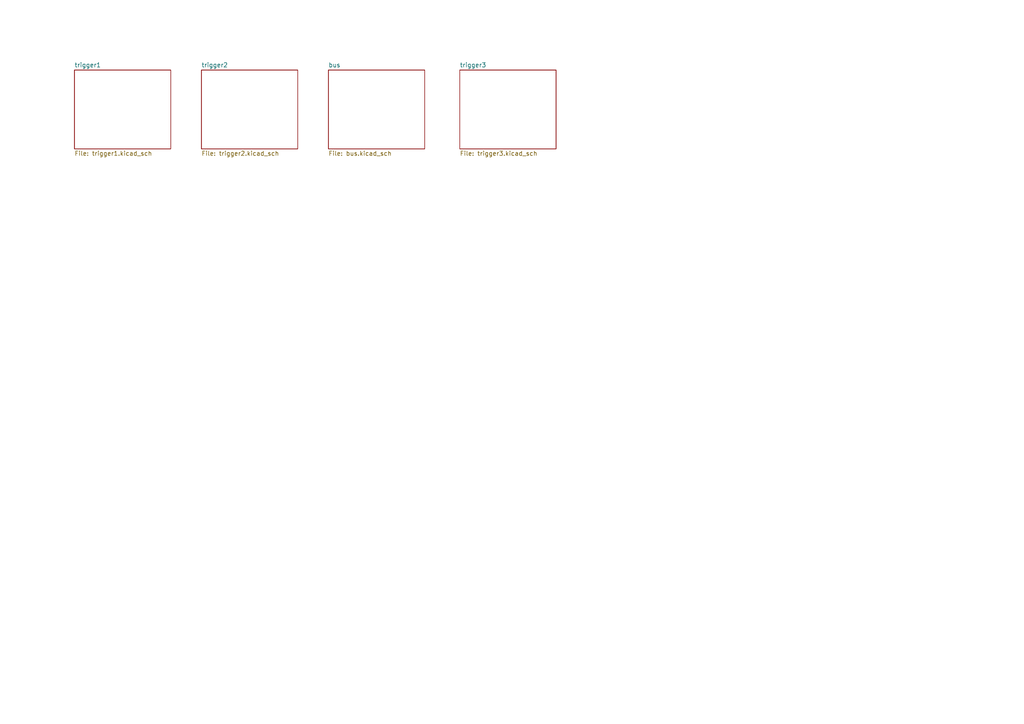
<source format=kicad_sch>
(kicad_sch
	(version 20250114)
	(generator "eeschema")
	(generator_version "9.0")
	(uuid "ab0429f0-9972-454a-bd89-4e26a015f7d3")
	(paper "A4")
	(lib_symbols)
	(sheet
		(at 21.59 20.32)
		(size 27.94 22.86)
		(exclude_from_sim no)
		(in_bom yes)
		(on_board yes)
		(dnp no)
		(fields_autoplaced yes)
		(stroke
			(width 0.1524)
			(type solid)
		)
		(fill
			(color 0 0 0 0.0000)
		)
		(uuid "1d6527b1-77bc-4762-b5ed-4f4003938a07")
		(property "Sheetname" "trigger1"
			(at 21.59 19.6084 0)
			(effects
				(font
					(size 1.27 1.27)
				)
				(justify left bottom)
			)
		)
		(property "Sheetfile" "trigger1.kicad_sch"
			(at 21.59 43.7646 0)
			(effects
				(font
					(size 1.27 1.27)
				)
				(justify left top)
			)
		)
		(instances
			(project "registers"
				(path "/ab0429f0-9972-454a-bd89-4e26a015f7d3"
					(page "2")
				)
			)
		)
	)
	(sheet
		(at 133.35 20.32)
		(size 27.94 22.86)
		(exclude_from_sim no)
		(in_bom yes)
		(on_board yes)
		(dnp no)
		(fields_autoplaced yes)
		(stroke
			(width 0.1524)
			(type solid)
		)
		(fill
			(color 0 0 0 0.0000)
		)
		(uuid "863f7fac-bc14-4c4f-bc17-049d5c59b384")
		(property "Sheetname" "trigger3"
			(at 133.35 19.6084 0)
			(effects
				(font
					(size 1.27 1.27)
				)
				(justify left bottom)
			)
		)
		(property "Sheetfile" "trigger3.kicad_sch"
			(at 133.35 43.7646 0)
			(effects
				(font
					(size 1.27 1.27)
				)
				(justify left top)
			)
		)
		(instances
			(project "registers"
				(path "/ab0429f0-9972-454a-bd89-4e26a015f7d3"
					(page "5")
				)
			)
		)
	)
	(sheet
		(at 58.42 20.32)
		(size 27.94 22.86)
		(exclude_from_sim no)
		(in_bom yes)
		(on_board yes)
		(dnp no)
		(fields_autoplaced yes)
		(stroke
			(width 0.1524)
			(type solid)
		)
		(fill
			(color 0 0 0 0.0000)
		)
		(uuid "ae6cee20-da1c-4ff6-bbae-5b8f090ed09f")
		(property "Sheetname" "trigger2"
			(at 58.42 19.6084 0)
			(effects
				(font
					(size 1.27 1.27)
				)
				(justify left bottom)
			)
		)
		(property "Sheetfile" "trigger2.kicad_sch"
			(at 58.42 43.7646 0)
			(effects
				(font
					(size 1.27 1.27)
				)
				(justify left top)
			)
		)
		(instances
			(project "registers"
				(path "/ab0429f0-9972-454a-bd89-4e26a015f7d3"
					(page "3")
				)
			)
		)
	)
	(sheet
		(at 95.25 20.32)
		(size 27.94 22.86)
		(exclude_from_sim no)
		(in_bom yes)
		(on_board yes)
		(dnp no)
		(fields_autoplaced yes)
		(stroke
			(width 0.1524)
			(type solid)
		)
		(fill
			(color 0 0 0 0.0000)
		)
		(uuid "c64453cf-a6db-47cb-b396-e2a7f18a8997")
		(property "Sheetname" "bus"
			(at 95.25 19.6084 0)
			(effects
				(font
					(size 1.27 1.27)
				)
				(justify left bottom)
			)
		)
		(property "Sheetfile" "bus.kicad_sch"
			(at 95.25 43.7646 0)
			(effects
				(font
					(size 1.27 1.27)
				)
				(justify left top)
			)
		)
		(instances
			(project "registers"
				(path "/ab0429f0-9972-454a-bd89-4e26a015f7d3"
					(page "4")
				)
			)
		)
	)
	(sheet_instances
		(path "/"
			(page "1")
		)
	)
	(embedded_fonts no)
)

</source>
